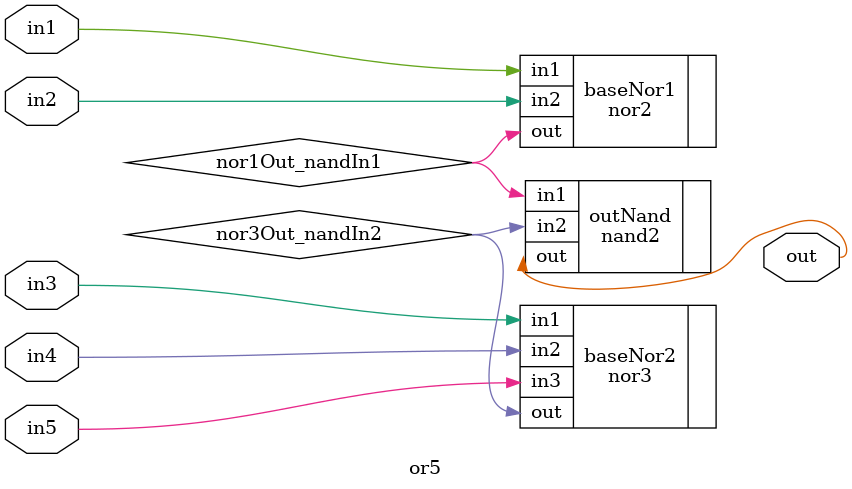
<source format=v>
/*
    CS/ECE 552 Spring '22
    Homework #1, Problem 2

    5 input OR built out of required gates
*/
module or5 (in1, in2, in3, in4, in5, out);
    input   in1, in2, in3, in4, in5;
    output  out;

    wire    nor1Out_nandIn1, nor3Out_nandIn2;

    // one way to create a 5-input OR out of NANDs, NORs, and NOTs is
    // to have a 2-input NOR and 3-input NOR followed by a 2-input NAND
    nor2 baseNor1 (// OUTPUT
		   .out(nor1Out_nandIn1),
		   // INPUT
		   .in1(in1),
		   .in2(in2)
		   );

    nor3 baseNor2 (// OUTPUT
		   .out(nor3Out_nandIn2),
		   // INPUT
		   .in1(in3),
		   .in2(in4),
		   .in3(in5)
		   );


    // now use a 2-NAND to get a 5-input OR
    nand2 outNand (// OUTPUT
		   .out(out),
		   // INPUT
		   .in1(nor1Out_nandIn1),
		   .in2(nor3Out_nandIn2)
		   );

endmodule

</source>
